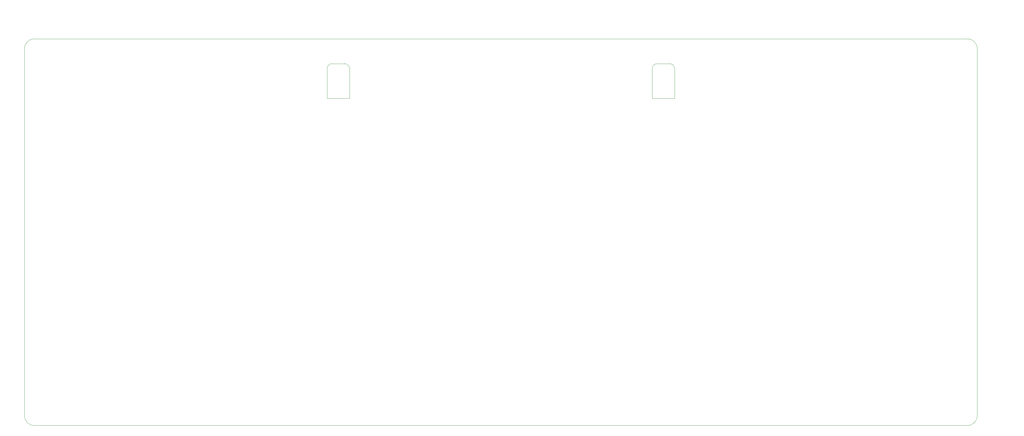
<source format=gbr>
%TF.GenerationSoftware,KiCad,Pcbnew,(5.1.6)-1*%
%TF.CreationDate,2020-08-08T01:29:48-04:00*%
%TF.ProjectId,panama-keyboard,70616e61-6d61-42d6-9b65-79626f617264,w1*%
%TF.SameCoordinates,Original*%
%TF.FileFunction,Profile,NP*%
%FSLAX46Y46*%
G04 Gerber Fmt 4.6, Leading zero omitted, Abs format (unit mm)*
G04 Created by KiCad (PCBNEW (5.1.6)-1) date 2020-08-08 01:29:48*
%MOMM*%
%LPD*%
G01*
G04 APERTURE LIST*
%TA.AperFunction,Profile*%
%ADD10C,0.050000*%
%TD*%
G04 APERTURE END LIST*
D10*
X453231250Y-133350000D02*
G75*
G02*
X456406250Y-136525000I0J-3175000D01*
G01*
X456406250Y-254000000D02*
G75*
G02*
X453231250Y-257175000I-3175000J0D01*
G01*
X154781250Y-257175000D02*
G75*
G02*
X151606250Y-254000000I0J3175000D01*
G01*
X151606250Y-136525000D02*
G75*
G02*
X154781250Y-133350000I3175000J0D01*
G01*
X357981250Y-141287500D02*
G75*
G02*
X359568750Y-142875000I0J-1587500D01*
G01*
X352425000Y-142875000D02*
G75*
G02*
X354012500Y-141287500I1587500J0D01*
G01*
X254000000Y-141287500D02*
G75*
G02*
X255587500Y-142875000I0J-1587500D01*
G01*
X248443750Y-142875000D02*
G75*
G02*
X250031250Y-141287500I1587500J0D01*
G01*
X359568750Y-152400000D02*
X352425000Y-152400000D01*
X359568750Y-142875000D02*
X359568750Y-152400000D01*
X355996662Y-141287500D02*
X357981250Y-141287500D01*
X352425000Y-142875000D02*
X352425000Y-152400000D01*
X355996662Y-141287500D02*
X354012500Y-141287500D01*
X248443750Y-152400000D02*
X248443750Y-142875000D01*
X255587500Y-152400000D02*
X248443750Y-152400000D01*
X255587500Y-142875000D02*
X255587500Y-152400000D01*
X252015836Y-141287500D02*
X254000000Y-141287500D01*
X252015836Y-141287500D02*
X250031250Y-141287500D01*
X453231250Y-133350000D02*
X154781250Y-133350000D01*
X463550000Y-124206000D02*
X463550000Y-124206000D01*
X151606250Y-254000000D02*
X151606250Y-136525000D01*
X456406250Y-254000000D02*
X456406250Y-136525000D01*
X154781250Y-257175000D02*
X453231250Y-257175000D01*
M02*

</source>
